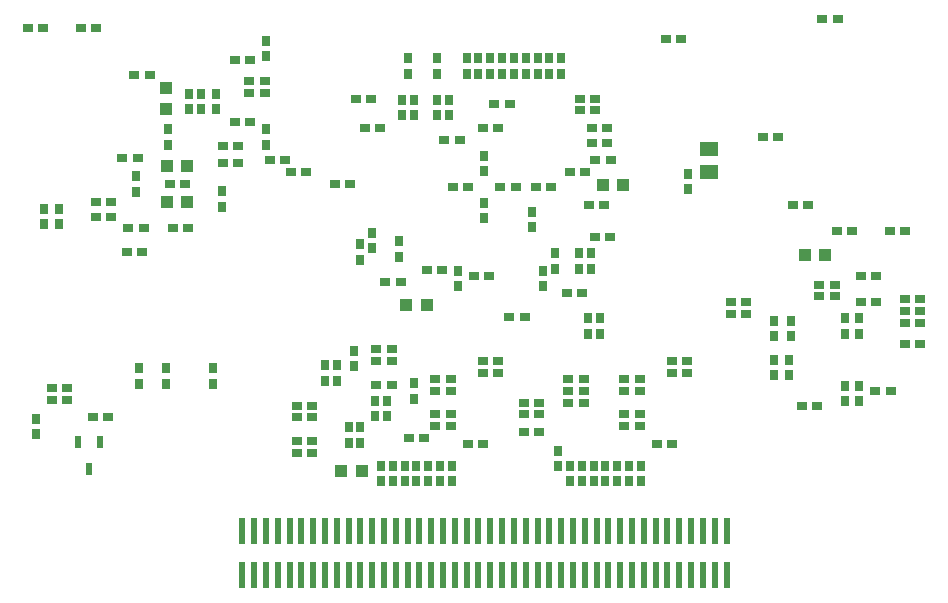
<source format=gbp>
G75*
G70*
%OFA0B0*%
%FSLAX24Y24*%
%IPPOS*%
%LPD*%
%AMOC8*
5,1,8,0,0,1.08239X$1,22.5*
%
%ADD10R,0.0354X0.0276*%
%ADD11R,0.0276X0.0354*%
%ADD12R,0.0236X0.0906*%
%ADD13R,0.0394X0.0433*%
%ADD14R,0.0217X0.0394*%
%ADD15R,0.0433X0.0394*%
%ADD16R,0.0591X0.0512*%
D10*
X005572Y008191D03*
X006084Y008191D03*
X004706Y008781D03*
X004194Y008781D03*
X004194Y009175D03*
X004706Y009175D03*
X006703Y013703D03*
X007215Y013703D03*
X007265Y014490D03*
X006754Y014490D03*
X006183Y014883D03*
X005671Y014883D03*
X005671Y015376D03*
X006183Y015376D03*
X008131Y015966D03*
X008643Y015966D03*
X009903Y016655D03*
X010415Y016655D03*
X010415Y017246D03*
X009903Y017246D03*
X010297Y018033D03*
X010809Y018033D03*
X010789Y019017D03*
X010789Y019411D03*
X011301Y019411D03*
X011301Y019017D03*
X010809Y020100D03*
X010297Y020100D03*
X007462Y019608D03*
X006950Y019608D03*
X005691Y021183D03*
X005179Y021183D03*
X003919Y021183D03*
X003407Y021183D03*
X006557Y016852D03*
X007069Y016852D03*
X008230Y014490D03*
X008742Y014490D03*
X011478Y016754D03*
X011990Y016754D03*
X012167Y016360D03*
X012679Y016360D03*
X013643Y015966D03*
X014155Y015966D03*
X014628Y017836D03*
X015139Y017836D03*
X014844Y018820D03*
X014332Y018820D03*
X017285Y017443D03*
X017797Y017443D03*
X018565Y017836D03*
X019076Y017836D03*
X018958Y018624D03*
X019470Y018624D03*
X021813Y018820D03*
X022324Y018820D03*
X022324Y018427D03*
X021813Y018427D03*
X022206Y017836D03*
X022718Y017836D03*
X022718Y017344D03*
X022206Y017344D03*
X022324Y016773D03*
X021990Y016380D03*
X021478Y016380D03*
X020848Y015868D03*
X020336Y015868D03*
X019667Y015868D03*
X019155Y015868D03*
X018092Y015868D03*
X017580Y015868D03*
X017206Y013112D03*
X016694Y013112D03*
X015828Y012718D03*
X015317Y012718D03*
X018269Y012915D03*
X018781Y012915D03*
X019450Y011537D03*
X019962Y011537D03*
X021380Y012324D03*
X021891Y012324D03*
X022305Y014214D03*
X022817Y014214D03*
X022620Y015277D03*
X022108Y015277D03*
X022836Y016773D03*
X027915Y017541D03*
X028427Y017541D03*
X028899Y015277D03*
X029411Y015277D03*
X030376Y014391D03*
X030887Y014391D03*
X032147Y014391D03*
X032659Y014391D03*
X031675Y012915D03*
X031163Y012915D03*
X030297Y012620D03*
X030297Y012226D03*
X029785Y012226D03*
X029785Y012620D03*
X031163Y012029D03*
X031675Y012029D03*
X032639Y012128D03*
X032639Y011734D03*
X032639Y011340D03*
X033151Y011340D03*
X033151Y011734D03*
X033151Y012128D03*
X033151Y010651D03*
X032639Y010651D03*
X032167Y009076D03*
X031655Y009076D03*
X029706Y008584D03*
X029194Y008584D03*
X025376Y009667D03*
X025376Y010061D03*
X024864Y010061D03*
X024864Y009667D03*
X023801Y009470D03*
X023801Y009076D03*
X023289Y009076D03*
X023289Y009470D03*
X021931Y009470D03*
X021931Y009076D03*
X021419Y009076D03*
X021419Y009470D03*
X021419Y008683D03*
X021931Y008683D03*
X023289Y008289D03*
X023289Y007895D03*
X023801Y007895D03*
X023801Y008289D03*
X024372Y007305D03*
X024883Y007305D03*
X020454Y007698D03*
X019943Y007698D03*
X019943Y008289D03*
X020454Y008289D03*
X020454Y008683D03*
X019943Y008683D03*
X019076Y009667D03*
X019076Y010061D03*
X018565Y010061D03*
X018565Y009667D03*
X017502Y009470D03*
X017502Y009076D03*
X016990Y009076D03*
X016990Y009470D03*
X015533Y009273D03*
X015021Y009273D03*
X015021Y010061D03*
X015021Y010454D03*
X015533Y010454D03*
X015533Y010061D03*
X012876Y008584D03*
X012364Y008584D03*
X012364Y008191D03*
X012876Y008191D03*
X012876Y007403D03*
X012364Y007403D03*
X012364Y007009D03*
X012876Y007009D03*
X016104Y007502D03*
X016616Y007502D03*
X016990Y007895D03*
X016990Y008289D03*
X017502Y008289D03*
X017502Y007895D03*
X018072Y007305D03*
X018584Y007305D03*
X026832Y011635D03*
X027344Y011635D03*
X027344Y012029D03*
X026832Y012029D03*
X025179Y020789D03*
X024667Y020789D03*
X029883Y021478D03*
X030395Y021478D03*
D11*
X025415Y016320D03*
X025415Y015809D03*
X022167Y013663D03*
X021773Y013663D03*
X021773Y013151D03*
X022167Y013151D03*
X020986Y013151D03*
X020592Y013072D03*
X020592Y012561D03*
X020986Y013663D03*
X020198Y014529D03*
X020198Y015041D03*
X018624Y014824D03*
X018624Y015336D03*
X018624Y016399D03*
X018624Y016911D03*
X017443Y018269D03*
X017049Y018269D03*
X017049Y018781D03*
X017443Y018781D03*
X016261Y018781D03*
X015868Y018781D03*
X015868Y018269D03*
X016261Y018269D03*
X016065Y019647D03*
X016065Y020159D03*
X017049Y020159D03*
X017049Y019647D03*
X018033Y019647D03*
X018427Y019647D03*
X018820Y019647D03*
X019214Y019647D03*
X019608Y019647D03*
X020002Y019647D03*
X020395Y019647D03*
X020789Y019647D03*
X021183Y019647D03*
X021183Y020159D03*
X020789Y020159D03*
X020395Y020159D03*
X020002Y020159D03*
X019608Y020159D03*
X019214Y020159D03*
X018820Y020159D03*
X018427Y020159D03*
X018033Y020159D03*
X011340Y020238D03*
X011340Y020750D03*
X009667Y018978D03*
X009175Y018978D03*
X008781Y018978D03*
X008781Y018466D03*
X009175Y018466D03*
X009667Y018466D03*
X008092Y017797D03*
X008092Y017285D03*
X007009Y016222D03*
X007009Y015710D03*
X004450Y015139D03*
X003958Y015139D03*
X003958Y014628D03*
X004450Y014628D03*
X009864Y015218D03*
X009864Y015730D03*
X011340Y017285D03*
X011340Y017797D03*
X014883Y014352D03*
X014490Y013958D03*
X014883Y013840D03*
X014490Y013446D03*
X015769Y013545D03*
X015769Y014057D03*
X017738Y013072D03*
X017738Y012561D03*
X014293Y010415D03*
X014293Y009903D03*
X013702Y009923D03*
X013309Y009923D03*
X013309Y009411D03*
X013702Y009411D03*
X014982Y008742D03*
X015376Y008742D03*
X015376Y008230D03*
X014982Y008230D03*
X014490Y007856D03*
X014096Y007856D03*
X014096Y007344D03*
X014490Y007344D03*
X015179Y006576D03*
X015572Y006576D03*
X015966Y006576D03*
X016360Y006576D03*
X016754Y006576D03*
X017147Y006576D03*
X017541Y006576D03*
X017541Y006065D03*
X017147Y006065D03*
X016754Y006065D03*
X016360Y006065D03*
X015966Y006065D03*
X015572Y006065D03*
X015179Y006065D03*
X016261Y008820D03*
X016261Y009332D03*
X021084Y007069D03*
X021084Y006557D03*
X021478Y006576D03*
X021872Y006576D03*
X022265Y006576D03*
X022659Y006576D03*
X023053Y006576D03*
X023446Y006576D03*
X023840Y006576D03*
X023840Y006065D03*
X023446Y006065D03*
X023053Y006065D03*
X022659Y006065D03*
X022265Y006065D03*
X021872Y006065D03*
X021478Y006065D03*
X028269Y009608D03*
X028761Y009608D03*
X028761Y010120D03*
X028269Y010120D03*
X028269Y010887D03*
X028269Y011399D03*
X028860Y011399D03*
X028860Y010887D03*
X030631Y010986D03*
X031124Y010986D03*
X031124Y011498D03*
X030631Y011498D03*
X030631Y009234D03*
X031124Y009234D03*
X031124Y008722D03*
X030631Y008722D03*
X022462Y010986D03*
X022069Y010986D03*
X022069Y011498D03*
X022462Y011498D03*
X009569Y009824D03*
X009569Y009313D03*
X007994Y009313D03*
X007994Y009824D03*
X007108Y009824D03*
X007108Y009313D03*
X003663Y008151D03*
X003663Y007639D03*
D12*
X010553Y004391D03*
X010946Y004391D03*
X011340Y004391D03*
X011734Y004391D03*
X012128Y004391D03*
X012521Y004391D03*
X012915Y004391D03*
X013309Y004391D03*
X013702Y004391D03*
X014096Y004391D03*
X014490Y004391D03*
X014883Y004391D03*
X015277Y004391D03*
X015671Y004391D03*
X016065Y004391D03*
X016458Y004391D03*
X016852Y004391D03*
X017246Y004391D03*
X017639Y004391D03*
X018033Y004391D03*
X018427Y004391D03*
X018820Y004391D03*
X019214Y004391D03*
X019608Y004391D03*
X020002Y004391D03*
X020395Y004391D03*
X020789Y004391D03*
X021183Y004391D03*
X021576Y004391D03*
X021970Y004391D03*
X022364Y004391D03*
X022757Y004391D03*
X023151Y004391D03*
X023545Y004391D03*
X023939Y004391D03*
X024332Y004391D03*
X024726Y004391D03*
X025120Y004391D03*
X025513Y004391D03*
X025907Y004391D03*
X026301Y004391D03*
X026694Y004391D03*
X026694Y002935D03*
X026301Y002935D03*
X025907Y002935D03*
X025513Y002935D03*
X025120Y002935D03*
X024726Y002935D03*
X024332Y002935D03*
X023939Y002935D03*
X023545Y002935D03*
X023151Y002935D03*
X022757Y002935D03*
X022364Y002935D03*
X021970Y002935D03*
X021576Y002935D03*
X021183Y002935D03*
X020789Y002935D03*
X020395Y002935D03*
X020002Y002935D03*
X019608Y002935D03*
X019214Y002935D03*
X018820Y002935D03*
X018427Y002935D03*
X018033Y002935D03*
X017639Y002935D03*
X017246Y002935D03*
X016852Y002935D03*
X016458Y002935D03*
X016065Y002935D03*
X015671Y002935D03*
X015277Y002935D03*
X014883Y002935D03*
X014490Y002935D03*
X014096Y002935D03*
X013702Y002935D03*
X013309Y002935D03*
X012915Y002935D03*
X012521Y002935D03*
X012128Y002935D03*
X011734Y002935D03*
X011340Y002935D03*
X010946Y002935D03*
X010553Y002935D03*
D13*
X013860Y006419D03*
X014529Y006419D03*
X016025Y011931D03*
X016694Y011931D03*
X022580Y015927D03*
X023250Y015927D03*
X029313Y013604D03*
X029982Y013604D03*
X008722Y015376D03*
X008053Y015376D03*
X008053Y016557D03*
X008722Y016557D03*
D14*
X005435Y006458D03*
X005809Y007364D03*
X005061Y007364D03*
D15*
X007994Y018486D03*
X007994Y019155D03*
D16*
X026104Y017128D03*
X026104Y016380D03*
M02*

</source>
